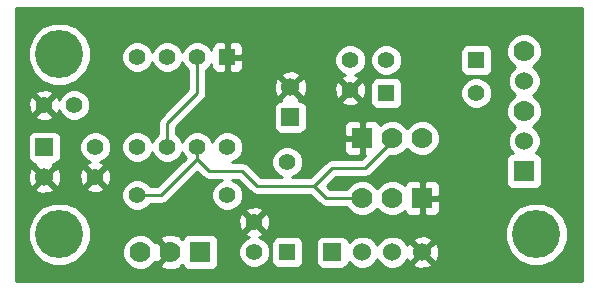
<source format=gbl>
G04 (created by PCBNEW (2013-june-11)-stable) date Sun 05 Oct 2014 09:39:27 PM EDT*
%MOIN*%
G04 Gerber Fmt 3.4, Leading zero omitted, Abs format*
%FSLAX34Y34*%
G01*
G70*
G90*
G04 APERTURE LIST*
%ADD10C,0.00590551*%
%ADD11R,0.07X0.07*%
%ADD12C,0.07*%
%ADD13C,0.06*%
%ADD14R,0.055X0.055*%
%ADD15C,0.055*%
%ADD16C,0.16*%
%ADD17R,0.06X0.06*%
%ADD18C,0.01*%
G04 APERTURE END LIST*
G54D10*
G54D11*
X21800Y-14500D03*
G54D12*
X20800Y-14500D03*
X19800Y-14500D03*
X20800Y-12500D03*
X21800Y-12500D03*
G54D11*
X19800Y-12500D03*
X14400Y-16300D03*
G54D12*
X12400Y-16300D03*
X13400Y-16300D03*
X25200Y-11600D03*
G54D11*
X25200Y-13600D03*
G54D12*
X25200Y-9600D03*
G54D13*
X25200Y-12600D03*
X25200Y-10600D03*
G54D14*
X15300Y-9800D03*
G54D15*
X14300Y-9800D03*
X13300Y-9800D03*
X12300Y-9800D03*
X12300Y-12800D03*
X13300Y-12800D03*
X14300Y-12800D03*
X15300Y-12800D03*
G54D14*
X23600Y-9900D03*
G54D15*
X20600Y-9900D03*
G54D14*
X20600Y-11000D03*
G54D15*
X23600Y-11000D03*
X10900Y-13800D03*
X10900Y-12800D03*
X19400Y-9900D03*
X19400Y-10900D03*
X12300Y-14400D03*
X15300Y-14400D03*
G54D14*
X17300Y-16300D03*
G54D15*
X17300Y-13300D03*
X9200Y-11400D03*
X10200Y-11400D03*
G54D16*
X9700Y-9700D03*
G54D17*
X9200Y-12800D03*
G54D13*
X9200Y-13800D03*
G54D16*
X25600Y-15700D03*
X9700Y-15700D03*
G54D17*
X17400Y-11800D03*
G54D13*
X17400Y-10800D03*
G54D17*
X18800Y-16300D03*
G54D13*
X19800Y-16300D03*
X20800Y-16300D03*
X21800Y-16300D03*
G54D15*
X16200Y-15300D03*
X16200Y-16300D03*
G54D18*
X12300Y-14400D02*
X13100Y-14400D01*
X13100Y-14400D02*
X14300Y-13200D01*
X18200Y-14100D02*
X16300Y-14100D01*
X14300Y-13200D02*
X14300Y-12800D01*
X14700Y-13600D02*
X14300Y-13200D01*
X15800Y-13600D02*
X14700Y-13600D01*
X16300Y-14100D02*
X15800Y-13600D01*
X18800Y-13500D02*
X18900Y-13500D01*
X18800Y-13500D02*
X18200Y-14100D01*
X19900Y-13500D02*
X18900Y-13500D01*
X18900Y-13500D02*
X18800Y-13500D01*
X20800Y-12500D02*
X20800Y-12600D01*
X20800Y-12600D02*
X19900Y-13500D01*
X18600Y-14500D02*
X18200Y-14100D01*
X19800Y-14500D02*
X18600Y-14500D01*
X13300Y-12800D02*
X13300Y-12000D01*
X14300Y-11000D02*
X14300Y-9800D01*
X13300Y-12000D02*
X14300Y-11000D01*
G54D10*
G36*
X27130Y-17250D02*
X26999Y-17250D01*
X26930Y-17249D01*
X26930Y-17250D01*
X26650Y-17250D01*
X26650Y-15492D01*
X26490Y-15106D01*
X26195Y-14810D01*
X25809Y-14650D01*
X25800Y-14650D01*
X25800Y-11481D01*
X25708Y-11260D01*
X25540Y-11091D01*
X25495Y-11073D01*
X25511Y-11066D01*
X25665Y-10911D01*
X25749Y-10709D01*
X25750Y-10491D01*
X25666Y-10288D01*
X25511Y-10134D01*
X25495Y-10127D01*
X25539Y-10108D01*
X25708Y-9940D01*
X25799Y-9719D01*
X25800Y-9481D01*
X25708Y-9260D01*
X25540Y-9091D01*
X25319Y-9000D01*
X25081Y-8999D01*
X24860Y-9091D01*
X24691Y-9259D01*
X24600Y-9480D01*
X24599Y-9718D01*
X24691Y-9939D01*
X24859Y-10108D01*
X24904Y-10126D01*
X24888Y-10133D01*
X24734Y-10288D01*
X24650Y-10490D01*
X24649Y-10708D01*
X24733Y-10911D01*
X24888Y-11065D01*
X24904Y-11072D01*
X24860Y-11091D01*
X24691Y-11259D01*
X24600Y-11480D01*
X24599Y-11718D01*
X24691Y-11939D01*
X24859Y-12108D01*
X24904Y-12126D01*
X24888Y-12133D01*
X24734Y-12288D01*
X24650Y-12490D01*
X24649Y-12708D01*
X24733Y-12911D01*
X24822Y-12999D01*
X24800Y-12999D01*
X24708Y-13037D01*
X24638Y-13108D01*
X24600Y-13200D01*
X24599Y-13299D01*
X24599Y-13999D01*
X24637Y-14091D01*
X24708Y-14161D01*
X24800Y-14199D01*
X24899Y-14200D01*
X25599Y-14200D01*
X25691Y-14162D01*
X25761Y-14091D01*
X25799Y-13999D01*
X25800Y-13900D01*
X25800Y-13200D01*
X25762Y-13108D01*
X25691Y-13038D01*
X25599Y-13000D01*
X25577Y-13000D01*
X25665Y-12911D01*
X25749Y-12709D01*
X25750Y-12491D01*
X25666Y-12288D01*
X25511Y-12134D01*
X25495Y-12127D01*
X25539Y-12108D01*
X25708Y-11940D01*
X25799Y-11719D01*
X25800Y-11481D01*
X25800Y-14650D01*
X25392Y-14649D01*
X25006Y-14809D01*
X24710Y-15104D01*
X24550Y-15490D01*
X24549Y-15907D01*
X24709Y-16294D01*
X25004Y-16589D01*
X25390Y-16749D01*
X25807Y-16750D01*
X26194Y-16590D01*
X26489Y-16295D01*
X26649Y-15909D01*
X26650Y-15492D01*
X26650Y-17250D01*
X26399Y-17250D01*
X26330Y-17249D01*
X26330Y-17250D01*
X25799Y-17250D01*
X25730Y-17249D01*
X25730Y-17250D01*
X25199Y-17250D01*
X25130Y-17249D01*
X25130Y-17250D01*
X24599Y-17250D01*
X24530Y-17249D01*
X24530Y-17250D01*
X24125Y-17250D01*
X24125Y-10896D01*
X24125Y-10895D01*
X24125Y-10125D01*
X24125Y-9575D01*
X24087Y-9483D01*
X24016Y-9413D01*
X23924Y-9375D01*
X23825Y-9374D01*
X23275Y-9374D01*
X23183Y-9412D01*
X23113Y-9483D01*
X23075Y-9575D01*
X23074Y-9674D01*
X23074Y-10224D01*
X23112Y-10316D01*
X23183Y-10386D01*
X23275Y-10424D01*
X23374Y-10425D01*
X23924Y-10425D01*
X24016Y-10387D01*
X24086Y-10316D01*
X24124Y-10224D01*
X24125Y-10125D01*
X24125Y-10895D01*
X24045Y-10703D01*
X23897Y-10555D01*
X23704Y-10475D01*
X23496Y-10474D01*
X23303Y-10554D01*
X23155Y-10702D01*
X23075Y-10895D01*
X23074Y-11103D01*
X23154Y-11297D01*
X23302Y-11444D01*
X23495Y-11524D01*
X23703Y-11525D01*
X23897Y-11445D01*
X24044Y-11297D01*
X24124Y-11104D01*
X24125Y-10896D01*
X24125Y-17250D01*
X23999Y-17250D01*
X23930Y-17249D01*
X23930Y-17250D01*
X23399Y-17250D01*
X23330Y-17249D01*
X23330Y-17250D01*
X22799Y-17250D01*
X22730Y-17249D01*
X22730Y-17250D01*
X22400Y-17250D01*
X22400Y-12381D01*
X22308Y-12160D01*
X22140Y-11991D01*
X21919Y-11900D01*
X21681Y-11899D01*
X21460Y-11991D01*
X21299Y-12151D01*
X21140Y-11991D01*
X21125Y-11985D01*
X21125Y-9796D01*
X21045Y-9603D01*
X20897Y-9455D01*
X20704Y-9375D01*
X20496Y-9374D01*
X20303Y-9454D01*
X20155Y-9602D01*
X20075Y-9795D01*
X20074Y-10003D01*
X20154Y-10197D01*
X20302Y-10344D01*
X20495Y-10424D01*
X20703Y-10425D01*
X20897Y-10345D01*
X21044Y-10197D01*
X21124Y-10004D01*
X21125Y-9796D01*
X21125Y-11985D01*
X21125Y-11985D01*
X21125Y-11225D01*
X21125Y-10675D01*
X21087Y-10583D01*
X21016Y-10513D01*
X20924Y-10475D01*
X20825Y-10474D01*
X20275Y-10474D01*
X20183Y-10512D01*
X20113Y-10583D01*
X20075Y-10675D01*
X20074Y-10774D01*
X20074Y-11324D01*
X20112Y-11416D01*
X20183Y-11486D01*
X20275Y-11524D01*
X20374Y-11525D01*
X20924Y-11525D01*
X21016Y-11487D01*
X21086Y-11416D01*
X21124Y-11324D01*
X21125Y-11225D01*
X21125Y-11985D01*
X20919Y-11900D01*
X20681Y-11899D01*
X20460Y-11991D01*
X20385Y-12065D01*
X20362Y-12008D01*
X20291Y-11938D01*
X20199Y-11900D01*
X20100Y-11899D01*
X19929Y-11899D01*
X19929Y-10975D01*
X19925Y-10887D01*
X19925Y-9796D01*
X19845Y-9603D01*
X19697Y-9455D01*
X19504Y-9375D01*
X19296Y-9374D01*
X19103Y-9454D01*
X18955Y-9602D01*
X18875Y-9795D01*
X18874Y-10003D01*
X18954Y-10197D01*
X19102Y-10344D01*
X19228Y-10397D01*
X19127Y-10439D01*
X19102Y-10532D01*
X19400Y-10829D01*
X19697Y-10532D01*
X19672Y-10439D01*
X19562Y-10400D01*
X19697Y-10345D01*
X19844Y-10197D01*
X19924Y-10004D01*
X19925Y-9796D01*
X19925Y-10887D01*
X19918Y-10767D01*
X19860Y-10627D01*
X19767Y-10602D01*
X19470Y-10900D01*
X19767Y-11197D01*
X19860Y-11172D01*
X19929Y-10975D01*
X19929Y-11899D01*
X19912Y-11900D01*
X19850Y-11962D01*
X19850Y-12450D01*
X19857Y-12450D01*
X19857Y-12550D01*
X19850Y-12550D01*
X19850Y-13037D01*
X19894Y-13081D01*
X19775Y-13200D01*
X19750Y-13200D01*
X19750Y-13037D01*
X19750Y-12550D01*
X19750Y-12450D01*
X19750Y-11962D01*
X19697Y-11909D01*
X19697Y-11267D01*
X19400Y-10970D01*
X19329Y-11041D01*
X19329Y-10900D01*
X19032Y-10602D01*
X18939Y-10627D01*
X18870Y-10824D01*
X18881Y-11032D01*
X18939Y-11172D01*
X19032Y-11197D01*
X19329Y-10900D01*
X19329Y-11041D01*
X19102Y-11267D01*
X19127Y-11360D01*
X19324Y-11429D01*
X19532Y-11418D01*
X19672Y-11360D01*
X19697Y-11267D01*
X19697Y-11909D01*
X19687Y-11900D01*
X19499Y-11899D01*
X19400Y-11900D01*
X19308Y-11938D01*
X19237Y-12008D01*
X19199Y-12100D01*
X19200Y-12387D01*
X19262Y-12450D01*
X19750Y-12450D01*
X19750Y-12550D01*
X19262Y-12550D01*
X19200Y-12612D01*
X19199Y-12899D01*
X19237Y-12991D01*
X19308Y-13061D01*
X19400Y-13099D01*
X19499Y-13100D01*
X19687Y-13100D01*
X19750Y-13037D01*
X19750Y-13200D01*
X18900Y-13200D01*
X18800Y-13200D01*
X18685Y-13222D01*
X18587Y-13287D01*
X18075Y-13800D01*
X17954Y-13800D01*
X17954Y-10881D01*
X17943Y-10663D01*
X17881Y-10512D01*
X17785Y-10484D01*
X17715Y-10555D01*
X17715Y-10414D01*
X17687Y-10318D01*
X17481Y-10245D01*
X17263Y-10256D01*
X17112Y-10318D01*
X17084Y-10414D01*
X17400Y-10729D01*
X17715Y-10414D01*
X17715Y-10555D01*
X17470Y-10800D01*
X17785Y-11115D01*
X17881Y-11087D01*
X17954Y-10881D01*
X17954Y-13800D01*
X17950Y-13800D01*
X17950Y-12050D01*
X17950Y-11450D01*
X17912Y-11358D01*
X17841Y-11288D01*
X17749Y-11250D01*
X17696Y-11249D01*
X17715Y-11185D01*
X17400Y-10870D01*
X17329Y-10941D01*
X17329Y-10800D01*
X17014Y-10484D01*
X16918Y-10512D01*
X16845Y-10718D01*
X16856Y-10936D01*
X16918Y-11087D01*
X17014Y-11115D01*
X17329Y-10800D01*
X17329Y-10941D01*
X17084Y-11185D01*
X17103Y-11249D01*
X17050Y-11249D01*
X16958Y-11287D01*
X16888Y-11358D01*
X16850Y-11450D01*
X16849Y-11549D01*
X16849Y-12149D01*
X16887Y-12241D01*
X16958Y-12311D01*
X17050Y-12349D01*
X17149Y-12350D01*
X17749Y-12350D01*
X17841Y-12312D01*
X17911Y-12241D01*
X17949Y-12149D01*
X17950Y-12050D01*
X17950Y-13800D01*
X17464Y-13800D01*
X17597Y-13745D01*
X17744Y-13597D01*
X17824Y-13404D01*
X17825Y-13196D01*
X17745Y-13003D01*
X17597Y-12855D01*
X17404Y-12775D01*
X17196Y-12774D01*
X17003Y-12854D01*
X16855Y-13002D01*
X16775Y-13195D01*
X16774Y-13403D01*
X16854Y-13597D01*
X17002Y-13744D01*
X17135Y-13800D01*
X16424Y-13800D01*
X16012Y-13387D01*
X15914Y-13322D01*
X15800Y-13300D01*
X15464Y-13300D01*
X15597Y-13245D01*
X15744Y-13097D01*
X15824Y-12904D01*
X15825Y-12696D01*
X15825Y-12695D01*
X15825Y-10025D01*
X15825Y-9574D01*
X15824Y-9475D01*
X15786Y-9383D01*
X15716Y-9312D01*
X15624Y-9274D01*
X15412Y-9275D01*
X15350Y-9337D01*
X15350Y-9750D01*
X15762Y-9750D01*
X15825Y-9687D01*
X15825Y-9574D01*
X15825Y-10025D01*
X15825Y-9912D01*
X15762Y-9850D01*
X15350Y-9850D01*
X15350Y-10262D01*
X15412Y-10325D01*
X15624Y-10325D01*
X15716Y-10287D01*
X15786Y-10216D01*
X15824Y-10124D01*
X15825Y-10025D01*
X15825Y-12695D01*
X15745Y-12503D01*
X15597Y-12355D01*
X15404Y-12275D01*
X15196Y-12274D01*
X15003Y-12354D01*
X14855Y-12502D01*
X14799Y-12635D01*
X14745Y-12503D01*
X14597Y-12355D01*
X14404Y-12275D01*
X14196Y-12274D01*
X14003Y-12354D01*
X13855Y-12502D01*
X13799Y-12635D01*
X13745Y-12503D01*
X13600Y-12357D01*
X13600Y-12124D01*
X14512Y-11212D01*
X14512Y-11212D01*
X14577Y-11114D01*
X14599Y-11000D01*
X14600Y-11000D01*
X14600Y-10242D01*
X14744Y-10097D01*
X14774Y-10025D01*
X14774Y-10025D01*
X14775Y-10124D01*
X14813Y-10216D01*
X14883Y-10287D01*
X14975Y-10325D01*
X15187Y-10325D01*
X15250Y-10262D01*
X15250Y-9850D01*
X15242Y-9850D01*
X15242Y-9750D01*
X15250Y-9750D01*
X15250Y-9337D01*
X15187Y-9275D01*
X14975Y-9274D01*
X14883Y-9312D01*
X14813Y-9383D01*
X14775Y-9475D01*
X14774Y-9574D01*
X14774Y-9574D01*
X14745Y-9503D01*
X14597Y-9355D01*
X14404Y-9275D01*
X14196Y-9274D01*
X14003Y-9354D01*
X13855Y-9502D01*
X13799Y-9635D01*
X13745Y-9503D01*
X13597Y-9355D01*
X13404Y-9275D01*
X13196Y-9274D01*
X13003Y-9354D01*
X12855Y-9502D01*
X12799Y-9635D01*
X12745Y-9503D01*
X12597Y-9355D01*
X12404Y-9275D01*
X12196Y-9274D01*
X12003Y-9354D01*
X11855Y-9502D01*
X11775Y-9695D01*
X11774Y-9903D01*
X11854Y-10097D01*
X12002Y-10244D01*
X12195Y-10324D01*
X12403Y-10325D01*
X12597Y-10245D01*
X12744Y-10097D01*
X12800Y-9964D01*
X12854Y-10097D01*
X13002Y-10244D01*
X13195Y-10324D01*
X13403Y-10325D01*
X13597Y-10245D01*
X13744Y-10097D01*
X13800Y-9964D01*
X13854Y-10097D01*
X14000Y-10242D01*
X14000Y-10875D01*
X13087Y-11787D01*
X13022Y-11885D01*
X13000Y-12000D01*
X13000Y-12357D01*
X12855Y-12502D01*
X12799Y-12635D01*
X12745Y-12503D01*
X12597Y-12355D01*
X12404Y-12275D01*
X12196Y-12274D01*
X12003Y-12354D01*
X11855Y-12502D01*
X11775Y-12695D01*
X11774Y-12903D01*
X11854Y-13097D01*
X12002Y-13244D01*
X12195Y-13324D01*
X12403Y-13325D01*
X12597Y-13245D01*
X12744Y-13097D01*
X12800Y-12964D01*
X12854Y-13097D01*
X13002Y-13244D01*
X13195Y-13324D01*
X13403Y-13325D01*
X13597Y-13245D01*
X13744Y-13097D01*
X13800Y-12964D01*
X13854Y-13097D01*
X13916Y-13159D01*
X12975Y-14100D01*
X12742Y-14100D01*
X12597Y-13955D01*
X12404Y-13875D01*
X12196Y-13874D01*
X12003Y-13954D01*
X11855Y-14102D01*
X11775Y-14295D01*
X11774Y-14503D01*
X11854Y-14697D01*
X12002Y-14844D01*
X12195Y-14924D01*
X12403Y-14925D01*
X12597Y-14845D01*
X12742Y-14700D01*
X13100Y-14700D01*
X13100Y-14699D01*
X13214Y-14677D01*
X13214Y-14677D01*
X13312Y-14612D01*
X14300Y-13624D01*
X14487Y-13812D01*
X14487Y-13812D01*
X14585Y-13877D01*
X14699Y-13899D01*
X14700Y-13900D01*
X15135Y-13900D01*
X15003Y-13954D01*
X14855Y-14102D01*
X14775Y-14295D01*
X14774Y-14503D01*
X14854Y-14697D01*
X15002Y-14844D01*
X15195Y-14924D01*
X15403Y-14925D01*
X15597Y-14845D01*
X15744Y-14697D01*
X15824Y-14504D01*
X15825Y-14296D01*
X15745Y-14103D01*
X15597Y-13955D01*
X15464Y-13900D01*
X15675Y-13900D01*
X16087Y-14312D01*
X16087Y-14312D01*
X16185Y-14377D01*
X16300Y-14400D01*
X18075Y-14400D01*
X18387Y-14712D01*
X18387Y-14712D01*
X18485Y-14777D01*
X18599Y-14799D01*
X18600Y-14800D01*
X19274Y-14800D01*
X19291Y-14839D01*
X19459Y-15008D01*
X19680Y-15099D01*
X19918Y-15100D01*
X20139Y-15008D01*
X20300Y-14848D01*
X20459Y-15008D01*
X20680Y-15099D01*
X20918Y-15100D01*
X21139Y-15008D01*
X21214Y-14934D01*
X21237Y-14991D01*
X21308Y-15061D01*
X21400Y-15099D01*
X21499Y-15100D01*
X21687Y-15100D01*
X21750Y-15037D01*
X21750Y-14550D01*
X21742Y-14550D01*
X21742Y-14450D01*
X21750Y-14450D01*
X21750Y-13962D01*
X21687Y-13900D01*
X21499Y-13899D01*
X21400Y-13900D01*
X21308Y-13938D01*
X21237Y-14008D01*
X21214Y-14065D01*
X21140Y-13991D01*
X20919Y-13900D01*
X20681Y-13899D01*
X20460Y-13991D01*
X20299Y-14151D01*
X20140Y-13991D01*
X19919Y-13900D01*
X19681Y-13899D01*
X19460Y-13991D01*
X19291Y-14159D01*
X19274Y-14200D01*
X18724Y-14200D01*
X18624Y-14099D01*
X18924Y-13800D01*
X19900Y-13800D01*
X19900Y-13799D01*
X20014Y-13777D01*
X20014Y-13777D01*
X20112Y-13712D01*
X20724Y-13099D01*
X20918Y-13100D01*
X21139Y-13008D01*
X21300Y-12848D01*
X21459Y-13008D01*
X21680Y-13099D01*
X21918Y-13100D01*
X22139Y-13008D01*
X22308Y-12840D01*
X22399Y-12619D01*
X22400Y-12381D01*
X22400Y-17250D01*
X22400Y-17250D01*
X22400Y-14899D01*
X22400Y-14100D01*
X22362Y-14008D01*
X22291Y-13938D01*
X22199Y-13900D01*
X22100Y-13899D01*
X21912Y-13900D01*
X21850Y-13962D01*
X21850Y-14450D01*
X22337Y-14450D01*
X22400Y-14387D01*
X22400Y-14100D01*
X22400Y-14899D01*
X22400Y-14612D01*
X22337Y-14550D01*
X21850Y-14550D01*
X21850Y-15037D01*
X21912Y-15100D01*
X22100Y-15100D01*
X22199Y-15099D01*
X22291Y-15061D01*
X22362Y-14991D01*
X22400Y-14899D01*
X22400Y-17250D01*
X22354Y-17250D01*
X22354Y-16381D01*
X22343Y-16163D01*
X22281Y-16012D01*
X22185Y-15984D01*
X22115Y-16055D01*
X22115Y-15914D01*
X22087Y-15818D01*
X21881Y-15745D01*
X21663Y-15756D01*
X21512Y-15818D01*
X21484Y-15914D01*
X21800Y-16229D01*
X22115Y-15914D01*
X22115Y-16055D01*
X21870Y-16300D01*
X22185Y-16615D01*
X22281Y-16587D01*
X22354Y-16381D01*
X22354Y-17250D01*
X22199Y-17250D01*
X22130Y-17249D01*
X22130Y-17250D01*
X22115Y-17250D01*
X22115Y-16685D01*
X21800Y-16370D01*
X21729Y-16441D01*
X21729Y-16300D01*
X21414Y-15984D01*
X21318Y-16012D01*
X21299Y-16067D01*
X21266Y-15988D01*
X21111Y-15834D01*
X20909Y-15750D01*
X20691Y-15749D01*
X20488Y-15833D01*
X20334Y-15988D01*
X20300Y-16069D01*
X20266Y-15988D01*
X20111Y-15834D01*
X19909Y-15750D01*
X19691Y-15749D01*
X19488Y-15833D01*
X19350Y-15972D01*
X19350Y-15950D01*
X19312Y-15858D01*
X19241Y-15788D01*
X19149Y-15750D01*
X19050Y-15749D01*
X18450Y-15749D01*
X18358Y-15787D01*
X18288Y-15858D01*
X18250Y-15950D01*
X18249Y-16049D01*
X18249Y-16649D01*
X18287Y-16741D01*
X18358Y-16811D01*
X18450Y-16849D01*
X18549Y-16850D01*
X19149Y-16850D01*
X19241Y-16812D01*
X19311Y-16741D01*
X19349Y-16649D01*
X19349Y-16627D01*
X19488Y-16765D01*
X19690Y-16849D01*
X19908Y-16850D01*
X20111Y-16766D01*
X20265Y-16611D01*
X20299Y-16530D01*
X20333Y-16611D01*
X20488Y-16765D01*
X20690Y-16849D01*
X20908Y-16850D01*
X21111Y-16766D01*
X21265Y-16611D01*
X21297Y-16536D01*
X21318Y-16587D01*
X21414Y-16615D01*
X21729Y-16300D01*
X21729Y-16441D01*
X21484Y-16685D01*
X21512Y-16781D01*
X21718Y-16854D01*
X21936Y-16843D01*
X22087Y-16781D01*
X22115Y-16685D01*
X22115Y-17250D01*
X21599Y-17250D01*
X21530Y-17249D01*
X21530Y-17250D01*
X20999Y-17250D01*
X20930Y-17249D01*
X20930Y-17250D01*
X20399Y-17250D01*
X20330Y-17249D01*
X20330Y-17250D01*
X19799Y-17250D01*
X19730Y-17249D01*
X19730Y-17250D01*
X19199Y-17250D01*
X19130Y-17249D01*
X19130Y-17250D01*
X18599Y-17250D01*
X18530Y-17249D01*
X18530Y-17250D01*
X17999Y-17250D01*
X17930Y-17249D01*
X17930Y-17250D01*
X17825Y-17250D01*
X17825Y-16525D01*
X17825Y-15975D01*
X17787Y-15883D01*
X17716Y-15813D01*
X17624Y-15775D01*
X17525Y-15774D01*
X16975Y-15774D01*
X16883Y-15812D01*
X16813Y-15883D01*
X16775Y-15975D01*
X16774Y-16074D01*
X16774Y-16624D01*
X16812Y-16716D01*
X16883Y-16786D01*
X16975Y-16824D01*
X17074Y-16825D01*
X17624Y-16825D01*
X17716Y-16787D01*
X17786Y-16716D01*
X17824Y-16624D01*
X17825Y-16525D01*
X17825Y-17250D01*
X17399Y-17250D01*
X17330Y-17249D01*
X17330Y-17250D01*
X16799Y-17250D01*
X16730Y-17249D01*
X16730Y-17250D01*
X16729Y-17250D01*
X16729Y-15375D01*
X16718Y-15167D01*
X16660Y-15027D01*
X16567Y-15002D01*
X16497Y-15073D01*
X16497Y-14932D01*
X16472Y-14839D01*
X16275Y-14770D01*
X16067Y-14781D01*
X15927Y-14839D01*
X15902Y-14932D01*
X16200Y-15229D01*
X16497Y-14932D01*
X16497Y-15073D01*
X16270Y-15300D01*
X16567Y-15597D01*
X16660Y-15572D01*
X16729Y-15375D01*
X16729Y-17250D01*
X16725Y-17250D01*
X16725Y-16196D01*
X16645Y-16003D01*
X16497Y-15855D01*
X16371Y-15802D01*
X16472Y-15760D01*
X16497Y-15667D01*
X16200Y-15370D01*
X16129Y-15441D01*
X16129Y-15300D01*
X15832Y-15002D01*
X15739Y-15027D01*
X15670Y-15224D01*
X15681Y-15432D01*
X15739Y-15572D01*
X15832Y-15597D01*
X16129Y-15300D01*
X16129Y-15441D01*
X15902Y-15667D01*
X15927Y-15760D01*
X16037Y-15799D01*
X15903Y-15854D01*
X15755Y-16002D01*
X15675Y-16195D01*
X15674Y-16403D01*
X15754Y-16597D01*
X15902Y-16744D01*
X16095Y-16824D01*
X16303Y-16825D01*
X16497Y-16745D01*
X16644Y-16597D01*
X16724Y-16404D01*
X16725Y-16196D01*
X16725Y-17250D01*
X16199Y-17250D01*
X16130Y-17249D01*
X16130Y-17250D01*
X15599Y-17250D01*
X15530Y-17249D01*
X15530Y-17250D01*
X15000Y-17250D01*
X15000Y-16600D01*
X15000Y-15900D01*
X14962Y-15808D01*
X14891Y-15738D01*
X14799Y-15700D01*
X14700Y-15699D01*
X14000Y-15699D01*
X13908Y-15737D01*
X13838Y-15808D01*
X13818Y-15854D01*
X13796Y-15832D01*
X13751Y-15877D01*
X13717Y-15777D01*
X13493Y-15695D01*
X13255Y-15705D01*
X13082Y-15777D01*
X13048Y-15877D01*
X13400Y-16229D01*
X13405Y-16223D01*
X13476Y-16294D01*
X13470Y-16300D01*
X13476Y-16305D01*
X13405Y-16376D01*
X13400Y-16370D01*
X13329Y-16441D01*
X13329Y-16300D01*
X12977Y-15948D01*
X12912Y-15970D01*
X12908Y-15960D01*
X12740Y-15791D01*
X12519Y-15700D01*
X12281Y-15699D01*
X12060Y-15791D01*
X11891Y-15959D01*
X11800Y-16180D01*
X11799Y-16418D01*
X11891Y-16639D01*
X12059Y-16808D01*
X12280Y-16899D01*
X12518Y-16900D01*
X12739Y-16808D01*
X12908Y-16640D01*
X12912Y-16629D01*
X12977Y-16651D01*
X13329Y-16300D01*
X13329Y-16441D01*
X13048Y-16722D01*
X13082Y-16822D01*
X13306Y-16904D01*
X13544Y-16894D01*
X13717Y-16822D01*
X13751Y-16722D01*
X13751Y-16722D01*
X13796Y-16767D01*
X13818Y-16745D01*
X13837Y-16791D01*
X13908Y-16861D01*
X14000Y-16899D01*
X14099Y-16900D01*
X14799Y-16900D01*
X14891Y-16862D01*
X14961Y-16791D01*
X14999Y-16699D01*
X15000Y-16600D01*
X15000Y-17250D01*
X14999Y-17250D01*
X14930Y-17249D01*
X14930Y-17250D01*
X14399Y-17250D01*
X14330Y-17249D01*
X14330Y-17250D01*
X13799Y-17250D01*
X13751Y-17249D01*
X13730Y-17249D01*
X13730Y-17250D01*
X13199Y-17250D01*
X13130Y-17249D01*
X13130Y-17250D01*
X12599Y-17250D01*
X12530Y-17249D01*
X12530Y-17250D01*
X11999Y-17250D01*
X11930Y-17249D01*
X11930Y-17250D01*
X11429Y-17250D01*
X11429Y-13875D01*
X11425Y-13787D01*
X11425Y-12696D01*
X11345Y-12503D01*
X11197Y-12355D01*
X11004Y-12275D01*
X10796Y-12274D01*
X10750Y-12293D01*
X10750Y-9492D01*
X10590Y-9106D01*
X10295Y-8810D01*
X9909Y-8650D01*
X9492Y-8649D01*
X9106Y-8809D01*
X8810Y-9104D01*
X8650Y-9490D01*
X8649Y-9907D01*
X8809Y-10294D01*
X9104Y-10589D01*
X9490Y-10749D01*
X9907Y-10750D01*
X10294Y-10590D01*
X10589Y-10295D01*
X10749Y-9909D01*
X10750Y-9492D01*
X10750Y-12293D01*
X10725Y-12304D01*
X10725Y-11296D01*
X10645Y-11103D01*
X10497Y-10955D01*
X10304Y-10875D01*
X10096Y-10874D01*
X9903Y-10954D01*
X9755Y-11102D01*
X9702Y-11228D01*
X9660Y-11127D01*
X9567Y-11102D01*
X9497Y-11173D01*
X9497Y-11032D01*
X9472Y-10939D01*
X9275Y-10870D01*
X9067Y-10881D01*
X8927Y-10939D01*
X8902Y-11032D01*
X9200Y-11329D01*
X9497Y-11032D01*
X9497Y-11173D01*
X9270Y-11400D01*
X9567Y-11697D01*
X9660Y-11672D01*
X9699Y-11562D01*
X9754Y-11697D01*
X9902Y-11844D01*
X10095Y-11924D01*
X10303Y-11925D01*
X10497Y-11845D01*
X10644Y-11697D01*
X10724Y-11504D01*
X10725Y-11296D01*
X10725Y-12304D01*
X10603Y-12354D01*
X10455Y-12502D01*
X10375Y-12695D01*
X10374Y-12903D01*
X10454Y-13097D01*
X10602Y-13244D01*
X10728Y-13297D01*
X10627Y-13339D01*
X10602Y-13432D01*
X10900Y-13729D01*
X11197Y-13432D01*
X11172Y-13339D01*
X11062Y-13300D01*
X11197Y-13245D01*
X11344Y-13097D01*
X11424Y-12904D01*
X11425Y-12696D01*
X11425Y-13787D01*
X11418Y-13667D01*
X11360Y-13527D01*
X11267Y-13502D01*
X10970Y-13800D01*
X11267Y-14097D01*
X11360Y-14072D01*
X11429Y-13875D01*
X11429Y-17250D01*
X11399Y-17250D01*
X11330Y-17249D01*
X11330Y-17250D01*
X11197Y-17250D01*
X11197Y-14167D01*
X10900Y-13870D01*
X10829Y-13941D01*
X10829Y-13800D01*
X10532Y-13502D01*
X10439Y-13527D01*
X10370Y-13724D01*
X10381Y-13932D01*
X10439Y-14072D01*
X10532Y-14097D01*
X10829Y-13800D01*
X10829Y-13941D01*
X10602Y-14167D01*
X10627Y-14260D01*
X10824Y-14329D01*
X11032Y-14318D01*
X11172Y-14260D01*
X11197Y-14167D01*
X11197Y-17250D01*
X10799Y-17250D01*
X10750Y-17249D01*
X10750Y-15492D01*
X10590Y-15106D01*
X10295Y-14810D01*
X9909Y-14650D01*
X9754Y-14650D01*
X9754Y-13881D01*
X9750Y-13787D01*
X9750Y-13050D01*
X9750Y-12450D01*
X9712Y-12358D01*
X9641Y-12288D01*
X9549Y-12250D01*
X9497Y-12249D01*
X9497Y-11767D01*
X9200Y-11470D01*
X9129Y-11541D01*
X9129Y-11400D01*
X8832Y-11102D01*
X8739Y-11127D01*
X8670Y-11324D01*
X8681Y-11532D01*
X8739Y-11672D01*
X8832Y-11697D01*
X9129Y-11400D01*
X9129Y-11541D01*
X8902Y-11767D01*
X8927Y-11860D01*
X9124Y-11929D01*
X9332Y-11918D01*
X9472Y-11860D01*
X9497Y-11767D01*
X9497Y-12249D01*
X9450Y-12249D01*
X8850Y-12249D01*
X8758Y-12287D01*
X8688Y-12358D01*
X8650Y-12450D01*
X8649Y-12549D01*
X8649Y-13149D01*
X8687Y-13241D01*
X8758Y-13311D01*
X8850Y-13349D01*
X8903Y-13350D01*
X8884Y-13414D01*
X9200Y-13729D01*
X9515Y-13414D01*
X9496Y-13350D01*
X9549Y-13350D01*
X9641Y-13312D01*
X9711Y-13241D01*
X9749Y-13149D01*
X9750Y-13050D01*
X9750Y-13787D01*
X9743Y-13663D01*
X9681Y-13512D01*
X9585Y-13484D01*
X9270Y-13800D01*
X9585Y-14115D01*
X9681Y-14087D01*
X9754Y-13881D01*
X9754Y-14650D01*
X9515Y-14649D01*
X9515Y-14185D01*
X9200Y-13870D01*
X9129Y-13941D01*
X9129Y-13800D01*
X8814Y-13484D01*
X8718Y-13512D01*
X8645Y-13718D01*
X8656Y-13936D01*
X8718Y-14087D01*
X8814Y-14115D01*
X9129Y-13800D01*
X9129Y-13941D01*
X8884Y-14185D01*
X8912Y-14281D01*
X9118Y-14354D01*
X9336Y-14343D01*
X9487Y-14281D01*
X9515Y-14185D01*
X9515Y-14649D01*
X9492Y-14649D01*
X9106Y-14809D01*
X8810Y-15104D01*
X8650Y-15490D01*
X8649Y-15907D01*
X8809Y-16294D01*
X9104Y-16589D01*
X9490Y-16749D01*
X9907Y-16750D01*
X10294Y-16590D01*
X10589Y-16295D01*
X10749Y-15909D01*
X10750Y-15492D01*
X10750Y-17249D01*
X10730Y-17249D01*
X10730Y-17250D01*
X10199Y-17250D01*
X10130Y-17249D01*
X10130Y-17250D01*
X9599Y-17250D01*
X9530Y-17249D01*
X9530Y-17250D01*
X8999Y-17250D01*
X8930Y-17249D01*
X8930Y-17250D01*
X8399Y-17250D01*
X8330Y-17249D01*
X8330Y-17250D01*
X8250Y-17250D01*
X8250Y-8169D01*
X27130Y-8169D01*
X27130Y-17250D01*
X27130Y-17250D01*
G37*
G54D18*
X27130Y-17250D02*
X26999Y-17250D01*
X26930Y-17249D01*
X26930Y-17250D01*
X26650Y-17250D01*
X26650Y-15492D01*
X26490Y-15106D01*
X26195Y-14810D01*
X25809Y-14650D01*
X25800Y-14650D01*
X25800Y-11481D01*
X25708Y-11260D01*
X25540Y-11091D01*
X25495Y-11073D01*
X25511Y-11066D01*
X25665Y-10911D01*
X25749Y-10709D01*
X25750Y-10491D01*
X25666Y-10288D01*
X25511Y-10134D01*
X25495Y-10127D01*
X25539Y-10108D01*
X25708Y-9940D01*
X25799Y-9719D01*
X25800Y-9481D01*
X25708Y-9260D01*
X25540Y-9091D01*
X25319Y-9000D01*
X25081Y-8999D01*
X24860Y-9091D01*
X24691Y-9259D01*
X24600Y-9480D01*
X24599Y-9718D01*
X24691Y-9939D01*
X24859Y-10108D01*
X24904Y-10126D01*
X24888Y-10133D01*
X24734Y-10288D01*
X24650Y-10490D01*
X24649Y-10708D01*
X24733Y-10911D01*
X24888Y-11065D01*
X24904Y-11072D01*
X24860Y-11091D01*
X24691Y-11259D01*
X24600Y-11480D01*
X24599Y-11718D01*
X24691Y-11939D01*
X24859Y-12108D01*
X24904Y-12126D01*
X24888Y-12133D01*
X24734Y-12288D01*
X24650Y-12490D01*
X24649Y-12708D01*
X24733Y-12911D01*
X24822Y-12999D01*
X24800Y-12999D01*
X24708Y-13037D01*
X24638Y-13108D01*
X24600Y-13200D01*
X24599Y-13299D01*
X24599Y-13999D01*
X24637Y-14091D01*
X24708Y-14161D01*
X24800Y-14199D01*
X24899Y-14200D01*
X25599Y-14200D01*
X25691Y-14162D01*
X25761Y-14091D01*
X25799Y-13999D01*
X25800Y-13900D01*
X25800Y-13200D01*
X25762Y-13108D01*
X25691Y-13038D01*
X25599Y-13000D01*
X25577Y-13000D01*
X25665Y-12911D01*
X25749Y-12709D01*
X25750Y-12491D01*
X25666Y-12288D01*
X25511Y-12134D01*
X25495Y-12127D01*
X25539Y-12108D01*
X25708Y-11940D01*
X25799Y-11719D01*
X25800Y-11481D01*
X25800Y-14650D01*
X25392Y-14649D01*
X25006Y-14809D01*
X24710Y-15104D01*
X24550Y-15490D01*
X24549Y-15907D01*
X24709Y-16294D01*
X25004Y-16589D01*
X25390Y-16749D01*
X25807Y-16750D01*
X26194Y-16590D01*
X26489Y-16295D01*
X26649Y-15909D01*
X26650Y-15492D01*
X26650Y-17250D01*
X26399Y-17250D01*
X26330Y-17249D01*
X26330Y-17250D01*
X25799Y-17250D01*
X25730Y-17249D01*
X25730Y-17250D01*
X25199Y-17250D01*
X25130Y-17249D01*
X25130Y-17250D01*
X24599Y-17250D01*
X24530Y-17249D01*
X24530Y-17250D01*
X24125Y-17250D01*
X24125Y-10896D01*
X24125Y-10895D01*
X24125Y-10125D01*
X24125Y-9575D01*
X24087Y-9483D01*
X24016Y-9413D01*
X23924Y-9375D01*
X23825Y-9374D01*
X23275Y-9374D01*
X23183Y-9412D01*
X23113Y-9483D01*
X23075Y-9575D01*
X23074Y-9674D01*
X23074Y-10224D01*
X23112Y-10316D01*
X23183Y-10386D01*
X23275Y-10424D01*
X23374Y-10425D01*
X23924Y-10425D01*
X24016Y-10387D01*
X24086Y-10316D01*
X24124Y-10224D01*
X24125Y-10125D01*
X24125Y-10895D01*
X24045Y-10703D01*
X23897Y-10555D01*
X23704Y-10475D01*
X23496Y-10474D01*
X23303Y-10554D01*
X23155Y-10702D01*
X23075Y-10895D01*
X23074Y-11103D01*
X23154Y-11297D01*
X23302Y-11444D01*
X23495Y-11524D01*
X23703Y-11525D01*
X23897Y-11445D01*
X24044Y-11297D01*
X24124Y-11104D01*
X24125Y-10896D01*
X24125Y-17250D01*
X23999Y-17250D01*
X23930Y-17249D01*
X23930Y-17250D01*
X23399Y-17250D01*
X23330Y-17249D01*
X23330Y-17250D01*
X22799Y-17250D01*
X22730Y-17249D01*
X22730Y-17250D01*
X22400Y-17250D01*
X22400Y-12381D01*
X22308Y-12160D01*
X22140Y-11991D01*
X21919Y-11900D01*
X21681Y-11899D01*
X21460Y-11991D01*
X21299Y-12151D01*
X21140Y-11991D01*
X21125Y-11985D01*
X21125Y-9796D01*
X21045Y-9603D01*
X20897Y-9455D01*
X20704Y-9375D01*
X20496Y-9374D01*
X20303Y-9454D01*
X20155Y-9602D01*
X20075Y-9795D01*
X20074Y-10003D01*
X20154Y-10197D01*
X20302Y-10344D01*
X20495Y-10424D01*
X20703Y-10425D01*
X20897Y-10345D01*
X21044Y-10197D01*
X21124Y-10004D01*
X21125Y-9796D01*
X21125Y-11985D01*
X21125Y-11985D01*
X21125Y-11225D01*
X21125Y-10675D01*
X21087Y-10583D01*
X21016Y-10513D01*
X20924Y-10475D01*
X20825Y-10474D01*
X20275Y-10474D01*
X20183Y-10512D01*
X20113Y-10583D01*
X20075Y-10675D01*
X20074Y-10774D01*
X20074Y-11324D01*
X20112Y-11416D01*
X20183Y-11486D01*
X20275Y-11524D01*
X20374Y-11525D01*
X20924Y-11525D01*
X21016Y-11487D01*
X21086Y-11416D01*
X21124Y-11324D01*
X21125Y-11225D01*
X21125Y-11985D01*
X20919Y-11900D01*
X20681Y-11899D01*
X20460Y-11991D01*
X20385Y-12065D01*
X20362Y-12008D01*
X20291Y-11938D01*
X20199Y-11900D01*
X20100Y-11899D01*
X19929Y-11899D01*
X19929Y-10975D01*
X19925Y-10887D01*
X19925Y-9796D01*
X19845Y-9603D01*
X19697Y-9455D01*
X19504Y-9375D01*
X19296Y-9374D01*
X19103Y-9454D01*
X18955Y-9602D01*
X18875Y-9795D01*
X18874Y-10003D01*
X18954Y-10197D01*
X19102Y-10344D01*
X19228Y-10397D01*
X19127Y-10439D01*
X19102Y-10532D01*
X19400Y-10829D01*
X19697Y-10532D01*
X19672Y-10439D01*
X19562Y-10400D01*
X19697Y-10345D01*
X19844Y-10197D01*
X19924Y-10004D01*
X19925Y-9796D01*
X19925Y-10887D01*
X19918Y-10767D01*
X19860Y-10627D01*
X19767Y-10602D01*
X19470Y-10900D01*
X19767Y-11197D01*
X19860Y-11172D01*
X19929Y-10975D01*
X19929Y-11899D01*
X19912Y-11900D01*
X19850Y-11962D01*
X19850Y-12450D01*
X19857Y-12450D01*
X19857Y-12550D01*
X19850Y-12550D01*
X19850Y-13037D01*
X19894Y-13081D01*
X19775Y-13200D01*
X19750Y-13200D01*
X19750Y-13037D01*
X19750Y-12550D01*
X19750Y-12450D01*
X19750Y-11962D01*
X19697Y-11909D01*
X19697Y-11267D01*
X19400Y-10970D01*
X19329Y-11041D01*
X19329Y-10900D01*
X19032Y-10602D01*
X18939Y-10627D01*
X18870Y-10824D01*
X18881Y-11032D01*
X18939Y-11172D01*
X19032Y-11197D01*
X19329Y-10900D01*
X19329Y-11041D01*
X19102Y-11267D01*
X19127Y-11360D01*
X19324Y-11429D01*
X19532Y-11418D01*
X19672Y-11360D01*
X19697Y-11267D01*
X19697Y-11909D01*
X19687Y-11900D01*
X19499Y-11899D01*
X19400Y-11900D01*
X19308Y-11938D01*
X19237Y-12008D01*
X19199Y-12100D01*
X19200Y-12387D01*
X19262Y-12450D01*
X19750Y-12450D01*
X19750Y-12550D01*
X19262Y-12550D01*
X19200Y-12612D01*
X19199Y-12899D01*
X19237Y-12991D01*
X19308Y-13061D01*
X19400Y-13099D01*
X19499Y-13100D01*
X19687Y-13100D01*
X19750Y-13037D01*
X19750Y-13200D01*
X18900Y-13200D01*
X18800Y-13200D01*
X18685Y-13222D01*
X18587Y-13287D01*
X18075Y-13800D01*
X17954Y-13800D01*
X17954Y-10881D01*
X17943Y-10663D01*
X17881Y-10512D01*
X17785Y-10484D01*
X17715Y-10555D01*
X17715Y-10414D01*
X17687Y-10318D01*
X17481Y-10245D01*
X17263Y-10256D01*
X17112Y-10318D01*
X17084Y-10414D01*
X17400Y-10729D01*
X17715Y-10414D01*
X17715Y-10555D01*
X17470Y-10800D01*
X17785Y-11115D01*
X17881Y-11087D01*
X17954Y-10881D01*
X17954Y-13800D01*
X17950Y-13800D01*
X17950Y-12050D01*
X17950Y-11450D01*
X17912Y-11358D01*
X17841Y-11288D01*
X17749Y-11250D01*
X17696Y-11249D01*
X17715Y-11185D01*
X17400Y-10870D01*
X17329Y-10941D01*
X17329Y-10800D01*
X17014Y-10484D01*
X16918Y-10512D01*
X16845Y-10718D01*
X16856Y-10936D01*
X16918Y-11087D01*
X17014Y-11115D01*
X17329Y-10800D01*
X17329Y-10941D01*
X17084Y-11185D01*
X17103Y-11249D01*
X17050Y-11249D01*
X16958Y-11287D01*
X16888Y-11358D01*
X16850Y-11450D01*
X16849Y-11549D01*
X16849Y-12149D01*
X16887Y-12241D01*
X16958Y-12311D01*
X17050Y-12349D01*
X17149Y-12350D01*
X17749Y-12350D01*
X17841Y-12312D01*
X17911Y-12241D01*
X17949Y-12149D01*
X17950Y-12050D01*
X17950Y-13800D01*
X17464Y-13800D01*
X17597Y-13745D01*
X17744Y-13597D01*
X17824Y-13404D01*
X17825Y-13196D01*
X17745Y-13003D01*
X17597Y-12855D01*
X17404Y-12775D01*
X17196Y-12774D01*
X17003Y-12854D01*
X16855Y-13002D01*
X16775Y-13195D01*
X16774Y-13403D01*
X16854Y-13597D01*
X17002Y-13744D01*
X17135Y-13800D01*
X16424Y-13800D01*
X16012Y-13387D01*
X15914Y-13322D01*
X15800Y-13300D01*
X15464Y-13300D01*
X15597Y-13245D01*
X15744Y-13097D01*
X15824Y-12904D01*
X15825Y-12696D01*
X15825Y-12695D01*
X15825Y-10025D01*
X15825Y-9574D01*
X15824Y-9475D01*
X15786Y-9383D01*
X15716Y-9312D01*
X15624Y-9274D01*
X15412Y-9275D01*
X15350Y-9337D01*
X15350Y-9750D01*
X15762Y-9750D01*
X15825Y-9687D01*
X15825Y-9574D01*
X15825Y-10025D01*
X15825Y-9912D01*
X15762Y-9850D01*
X15350Y-9850D01*
X15350Y-10262D01*
X15412Y-10325D01*
X15624Y-10325D01*
X15716Y-10287D01*
X15786Y-10216D01*
X15824Y-10124D01*
X15825Y-10025D01*
X15825Y-12695D01*
X15745Y-12503D01*
X15597Y-12355D01*
X15404Y-12275D01*
X15196Y-12274D01*
X15003Y-12354D01*
X14855Y-12502D01*
X14799Y-12635D01*
X14745Y-12503D01*
X14597Y-12355D01*
X14404Y-12275D01*
X14196Y-12274D01*
X14003Y-12354D01*
X13855Y-12502D01*
X13799Y-12635D01*
X13745Y-12503D01*
X13600Y-12357D01*
X13600Y-12124D01*
X14512Y-11212D01*
X14512Y-11212D01*
X14577Y-11114D01*
X14599Y-11000D01*
X14600Y-11000D01*
X14600Y-10242D01*
X14744Y-10097D01*
X14774Y-10025D01*
X14774Y-10025D01*
X14775Y-10124D01*
X14813Y-10216D01*
X14883Y-10287D01*
X14975Y-10325D01*
X15187Y-10325D01*
X15250Y-10262D01*
X15250Y-9850D01*
X15242Y-9850D01*
X15242Y-9750D01*
X15250Y-9750D01*
X15250Y-9337D01*
X15187Y-9275D01*
X14975Y-9274D01*
X14883Y-9312D01*
X14813Y-9383D01*
X14775Y-9475D01*
X14774Y-9574D01*
X14774Y-9574D01*
X14745Y-9503D01*
X14597Y-9355D01*
X14404Y-9275D01*
X14196Y-9274D01*
X14003Y-9354D01*
X13855Y-9502D01*
X13799Y-9635D01*
X13745Y-9503D01*
X13597Y-9355D01*
X13404Y-9275D01*
X13196Y-9274D01*
X13003Y-9354D01*
X12855Y-9502D01*
X12799Y-9635D01*
X12745Y-9503D01*
X12597Y-9355D01*
X12404Y-9275D01*
X12196Y-9274D01*
X12003Y-9354D01*
X11855Y-9502D01*
X11775Y-9695D01*
X11774Y-9903D01*
X11854Y-10097D01*
X12002Y-10244D01*
X12195Y-10324D01*
X12403Y-10325D01*
X12597Y-10245D01*
X12744Y-10097D01*
X12800Y-9964D01*
X12854Y-10097D01*
X13002Y-10244D01*
X13195Y-10324D01*
X13403Y-10325D01*
X13597Y-10245D01*
X13744Y-10097D01*
X13800Y-9964D01*
X13854Y-10097D01*
X14000Y-10242D01*
X14000Y-10875D01*
X13087Y-11787D01*
X13022Y-11885D01*
X13000Y-12000D01*
X13000Y-12357D01*
X12855Y-12502D01*
X12799Y-12635D01*
X12745Y-12503D01*
X12597Y-12355D01*
X12404Y-12275D01*
X12196Y-12274D01*
X12003Y-12354D01*
X11855Y-12502D01*
X11775Y-12695D01*
X11774Y-12903D01*
X11854Y-13097D01*
X12002Y-13244D01*
X12195Y-13324D01*
X12403Y-13325D01*
X12597Y-13245D01*
X12744Y-13097D01*
X12800Y-12964D01*
X12854Y-13097D01*
X13002Y-13244D01*
X13195Y-13324D01*
X13403Y-13325D01*
X13597Y-13245D01*
X13744Y-13097D01*
X13800Y-12964D01*
X13854Y-13097D01*
X13916Y-13159D01*
X12975Y-14100D01*
X12742Y-14100D01*
X12597Y-13955D01*
X12404Y-13875D01*
X12196Y-13874D01*
X12003Y-13954D01*
X11855Y-14102D01*
X11775Y-14295D01*
X11774Y-14503D01*
X11854Y-14697D01*
X12002Y-14844D01*
X12195Y-14924D01*
X12403Y-14925D01*
X12597Y-14845D01*
X12742Y-14700D01*
X13100Y-14700D01*
X13100Y-14699D01*
X13214Y-14677D01*
X13214Y-14677D01*
X13312Y-14612D01*
X14300Y-13624D01*
X14487Y-13812D01*
X14487Y-13812D01*
X14585Y-13877D01*
X14699Y-13899D01*
X14700Y-13900D01*
X15135Y-13900D01*
X15003Y-13954D01*
X14855Y-14102D01*
X14775Y-14295D01*
X14774Y-14503D01*
X14854Y-14697D01*
X15002Y-14844D01*
X15195Y-14924D01*
X15403Y-14925D01*
X15597Y-14845D01*
X15744Y-14697D01*
X15824Y-14504D01*
X15825Y-14296D01*
X15745Y-14103D01*
X15597Y-13955D01*
X15464Y-13900D01*
X15675Y-13900D01*
X16087Y-14312D01*
X16087Y-14312D01*
X16185Y-14377D01*
X16300Y-14400D01*
X18075Y-14400D01*
X18387Y-14712D01*
X18387Y-14712D01*
X18485Y-14777D01*
X18599Y-14799D01*
X18600Y-14800D01*
X19274Y-14800D01*
X19291Y-14839D01*
X19459Y-15008D01*
X19680Y-15099D01*
X19918Y-15100D01*
X20139Y-15008D01*
X20300Y-14848D01*
X20459Y-15008D01*
X20680Y-15099D01*
X20918Y-15100D01*
X21139Y-15008D01*
X21214Y-14934D01*
X21237Y-14991D01*
X21308Y-15061D01*
X21400Y-15099D01*
X21499Y-15100D01*
X21687Y-15100D01*
X21750Y-15037D01*
X21750Y-14550D01*
X21742Y-14550D01*
X21742Y-14450D01*
X21750Y-14450D01*
X21750Y-13962D01*
X21687Y-13900D01*
X21499Y-13899D01*
X21400Y-13900D01*
X21308Y-13938D01*
X21237Y-14008D01*
X21214Y-14065D01*
X21140Y-13991D01*
X20919Y-13900D01*
X20681Y-13899D01*
X20460Y-13991D01*
X20299Y-14151D01*
X20140Y-13991D01*
X19919Y-13900D01*
X19681Y-13899D01*
X19460Y-13991D01*
X19291Y-14159D01*
X19274Y-14200D01*
X18724Y-14200D01*
X18624Y-14099D01*
X18924Y-13800D01*
X19900Y-13800D01*
X19900Y-13799D01*
X20014Y-13777D01*
X20014Y-13777D01*
X20112Y-13712D01*
X20724Y-13099D01*
X20918Y-13100D01*
X21139Y-13008D01*
X21300Y-12848D01*
X21459Y-13008D01*
X21680Y-13099D01*
X21918Y-13100D01*
X22139Y-13008D01*
X22308Y-12840D01*
X22399Y-12619D01*
X22400Y-12381D01*
X22400Y-17250D01*
X22400Y-17250D01*
X22400Y-14899D01*
X22400Y-14100D01*
X22362Y-14008D01*
X22291Y-13938D01*
X22199Y-13900D01*
X22100Y-13899D01*
X21912Y-13900D01*
X21850Y-13962D01*
X21850Y-14450D01*
X22337Y-14450D01*
X22400Y-14387D01*
X22400Y-14100D01*
X22400Y-14899D01*
X22400Y-14612D01*
X22337Y-14550D01*
X21850Y-14550D01*
X21850Y-15037D01*
X21912Y-15100D01*
X22100Y-15100D01*
X22199Y-15099D01*
X22291Y-15061D01*
X22362Y-14991D01*
X22400Y-14899D01*
X22400Y-17250D01*
X22354Y-17250D01*
X22354Y-16381D01*
X22343Y-16163D01*
X22281Y-16012D01*
X22185Y-15984D01*
X22115Y-16055D01*
X22115Y-15914D01*
X22087Y-15818D01*
X21881Y-15745D01*
X21663Y-15756D01*
X21512Y-15818D01*
X21484Y-15914D01*
X21800Y-16229D01*
X22115Y-15914D01*
X22115Y-16055D01*
X21870Y-16300D01*
X22185Y-16615D01*
X22281Y-16587D01*
X22354Y-16381D01*
X22354Y-17250D01*
X22199Y-17250D01*
X22130Y-17249D01*
X22130Y-17250D01*
X22115Y-17250D01*
X22115Y-16685D01*
X21800Y-16370D01*
X21729Y-16441D01*
X21729Y-16300D01*
X21414Y-15984D01*
X21318Y-16012D01*
X21299Y-16067D01*
X21266Y-15988D01*
X21111Y-15834D01*
X20909Y-15750D01*
X20691Y-15749D01*
X20488Y-15833D01*
X20334Y-15988D01*
X20300Y-16069D01*
X20266Y-15988D01*
X20111Y-15834D01*
X19909Y-15750D01*
X19691Y-15749D01*
X19488Y-15833D01*
X19350Y-15972D01*
X19350Y-15950D01*
X19312Y-15858D01*
X19241Y-15788D01*
X19149Y-15750D01*
X19050Y-15749D01*
X18450Y-15749D01*
X18358Y-15787D01*
X18288Y-15858D01*
X18250Y-15950D01*
X18249Y-16049D01*
X18249Y-16649D01*
X18287Y-16741D01*
X18358Y-16811D01*
X18450Y-16849D01*
X18549Y-16850D01*
X19149Y-16850D01*
X19241Y-16812D01*
X19311Y-16741D01*
X19349Y-16649D01*
X19349Y-16627D01*
X19488Y-16765D01*
X19690Y-16849D01*
X19908Y-16850D01*
X20111Y-16766D01*
X20265Y-16611D01*
X20299Y-16530D01*
X20333Y-16611D01*
X20488Y-16765D01*
X20690Y-16849D01*
X20908Y-16850D01*
X21111Y-16766D01*
X21265Y-16611D01*
X21297Y-16536D01*
X21318Y-16587D01*
X21414Y-16615D01*
X21729Y-16300D01*
X21729Y-16441D01*
X21484Y-16685D01*
X21512Y-16781D01*
X21718Y-16854D01*
X21936Y-16843D01*
X22087Y-16781D01*
X22115Y-16685D01*
X22115Y-17250D01*
X21599Y-17250D01*
X21530Y-17249D01*
X21530Y-17250D01*
X20999Y-17250D01*
X20930Y-17249D01*
X20930Y-17250D01*
X20399Y-17250D01*
X20330Y-17249D01*
X20330Y-17250D01*
X19799Y-17250D01*
X19730Y-17249D01*
X19730Y-17250D01*
X19199Y-17250D01*
X19130Y-17249D01*
X19130Y-17250D01*
X18599Y-17250D01*
X18530Y-17249D01*
X18530Y-17250D01*
X17999Y-17250D01*
X17930Y-17249D01*
X17930Y-17250D01*
X17825Y-17250D01*
X17825Y-16525D01*
X17825Y-15975D01*
X17787Y-15883D01*
X17716Y-15813D01*
X17624Y-15775D01*
X17525Y-15774D01*
X16975Y-15774D01*
X16883Y-15812D01*
X16813Y-15883D01*
X16775Y-15975D01*
X16774Y-16074D01*
X16774Y-16624D01*
X16812Y-16716D01*
X16883Y-16786D01*
X16975Y-16824D01*
X17074Y-16825D01*
X17624Y-16825D01*
X17716Y-16787D01*
X17786Y-16716D01*
X17824Y-16624D01*
X17825Y-16525D01*
X17825Y-17250D01*
X17399Y-17250D01*
X17330Y-17249D01*
X17330Y-17250D01*
X16799Y-17250D01*
X16730Y-17249D01*
X16730Y-17250D01*
X16729Y-17250D01*
X16729Y-15375D01*
X16718Y-15167D01*
X16660Y-15027D01*
X16567Y-15002D01*
X16497Y-15073D01*
X16497Y-14932D01*
X16472Y-14839D01*
X16275Y-14770D01*
X16067Y-14781D01*
X15927Y-14839D01*
X15902Y-14932D01*
X16200Y-15229D01*
X16497Y-14932D01*
X16497Y-15073D01*
X16270Y-15300D01*
X16567Y-15597D01*
X16660Y-15572D01*
X16729Y-15375D01*
X16729Y-17250D01*
X16725Y-17250D01*
X16725Y-16196D01*
X16645Y-16003D01*
X16497Y-15855D01*
X16371Y-15802D01*
X16472Y-15760D01*
X16497Y-15667D01*
X16200Y-15370D01*
X16129Y-15441D01*
X16129Y-15300D01*
X15832Y-15002D01*
X15739Y-15027D01*
X15670Y-15224D01*
X15681Y-15432D01*
X15739Y-15572D01*
X15832Y-15597D01*
X16129Y-15300D01*
X16129Y-15441D01*
X15902Y-15667D01*
X15927Y-15760D01*
X16037Y-15799D01*
X15903Y-15854D01*
X15755Y-16002D01*
X15675Y-16195D01*
X15674Y-16403D01*
X15754Y-16597D01*
X15902Y-16744D01*
X16095Y-16824D01*
X16303Y-16825D01*
X16497Y-16745D01*
X16644Y-16597D01*
X16724Y-16404D01*
X16725Y-16196D01*
X16725Y-17250D01*
X16199Y-17250D01*
X16130Y-17249D01*
X16130Y-17250D01*
X15599Y-17250D01*
X15530Y-17249D01*
X15530Y-17250D01*
X15000Y-17250D01*
X15000Y-16600D01*
X15000Y-15900D01*
X14962Y-15808D01*
X14891Y-15738D01*
X14799Y-15700D01*
X14700Y-15699D01*
X14000Y-15699D01*
X13908Y-15737D01*
X13838Y-15808D01*
X13818Y-15854D01*
X13796Y-15832D01*
X13751Y-15877D01*
X13717Y-15777D01*
X13493Y-15695D01*
X13255Y-15705D01*
X13082Y-15777D01*
X13048Y-15877D01*
X13400Y-16229D01*
X13405Y-16223D01*
X13476Y-16294D01*
X13470Y-16300D01*
X13476Y-16305D01*
X13405Y-16376D01*
X13400Y-16370D01*
X13329Y-16441D01*
X13329Y-16300D01*
X12977Y-15948D01*
X12912Y-15970D01*
X12908Y-15960D01*
X12740Y-15791D01*
X12519Y-15700D01*
X12281Y-15699D01*
X12060Y-15791D01*
X11891Y-15959D01*
X11800Y-16180D01*
X11799Y-16418D01*
X11891Y-16639D01*
X12059Y-16808D01*
X12280Y-16899D01*
X12518Y-16900D01*
X12739Y-16808D01*
X12908Y-16640D01*
X12912Y-16629D01*
X12977Y-16651D01*
X13329Y-16300D01*
X13329Y-16441D01*
X13048Y-16722D01*
X13082Y-16822D01*
X13306Y-16904D01*
X13544Y-16894D01*
X13717Y-16822D01*
X13751Y-16722D01*
X13751Y-16722D01*
X13796Y-16767D01*
X13818Y-16745D01*
X13837Y-16791D01*
X13908Y-16861D01*
X14000Y-16899D01*
X14099Y-16900D01*
X14799Y-16900D01*
X14891Y-16862D01*
X14961Y-16791D01*
X14999Y-16699D01*
X15000Y-16600D01*
X15000Y-17250D01*
X14999Y-17250D01*
X14930Y-17249D01*
X14930Y-17250D01*
X14399Y-17250D01*
X14330Y-17249D01*
X14330Y-17250D01*
X13799Y-17250D01*
X13751Y-17249D01*
X13730Y-17249D01*
X13730Y-17250D01*
X13199Y-17250D01*
X13130Y-17249D01*
X13130Y-17250D01*
X12599Y-17250D01*
X12530Y-17249D01*
X12530Y-17250D01*
X11999Y-17250D01*
X11930Y-17249D01*
X11930Y-17250D01*
X11429Y-17250D01*
X11429Y-13875D01*
X11425Y-13787D01*
X11425Y-12696D01*
X11345Y-12503D01*
X11197Y-12355D01*
X11004Y-12275D01*
X10796Y-12274D01*
X10750Y-12293D01*
X10750Y-9492D01*
X10590Y-9106D01*
X10295Y-8810D01*
X9909Y-8650D01*
X9492Y-8649D01*
X9106Y-8809D01*
X8810Y-9104D01*
X8650Y-9490D01*
X8649Y-9907D01*
X8809Y-10294D01*
X9104Y-10589D01*
X9490Y-10749D01*
X9907Y-10750D01*
X10294Y-10590D01*
X10589Y-10295D01*
X10749Y-9909D01*
X10750Y-9492D01*
X10750Y-12293D01*
X10725Y-12304D01*
X10725Y-11296D01*
X10645Y-11103D01*
X10497Y-10955D01*
X10304Y-10875D01*
X10096Y-10874D01*
X9903Y-10954D01*
X9755Y-11102D01*
X9702Y-11228D01*
X9660Y-11127D01*
X9567Y-11102D01*
X9497Y-11173D01*
X9497Y-11032D01*
X9472Y-10939D01*
X9275Y-10870D01*
X9067Y-10881D01*
X8927Y-10939D01*
X8902Y-11032D01*
X9200Y-11329D01*
X9497Y-11032D01*
X9497Y-11173D01*
X9270Y-11400D01*
X9567Y-11697D01*
X9660Y-11672D01*
X9699Y-11562D01*
X9754Y-11697D01*
X9902Y-11844D01*
X10095Y-11924D01*
X10303Y-11925D01*
X10497Y-11845D01*
X10644Y-11697D01*
X10724Y-11504D01*
X10725Y-11296D01*
X10725Y-12304D01*
X10603Y-12354D01*
X10455Y-12502D01*
X10375Y-12695D01*
X10374Y-12903D01*
X10454Y-13097D01*
X10602Y-13244D01*
X10728Y-13297D01*
X10627Y-13339D01*
X10602Y-13432D01*
X10900Y-13729D01*
X11197Y-13432D01*
X11172Y-13339D01*
X11062Y-13300D01*
X11197Y-13245D01*
X11344Y-13097D01*
X11424Y-12904D01*
X11425Y-12696D01*
X11425Y-13787D01*
X11418Y-13667D01*
X11360Y-13527D01*
X11267Y-13502D01*
X10970Y-13800D01*
X11267Y-14097D01*
X11360Y-14072D01*
X11429Y-13875D01*
X11429Y-17250D01*
X11399Y-17250D01*
X11330Y-17249D01*
X11330Y-17250D01*
X11197Y-17250D01*
X11197Y-14167D01*
X10900Y-13870D01*
X10829Y-13941D01*
X10829Y-13800D01*
X10532Y-13502D01*
X10439Y-13527D01*
X10370Y-13724D01*
X10381Y-13932D01*
X10439Y-14072D01*
X10532Y-14097D01*
X10829Y-13800D01*
X10829Y-13941D01*
X10602Y-14167D01*
X10627Y-14260D01*
X10824Y-14329D01*
X11032Y-14318D01*
X11172Y-14260D01*
X11197Y-14167D01*
X11197Y-17250D01*
X10799Y-17250D01*
X10750Y-17249D01*
X10750Y-15492D01*
X10590Y-15106D01*
X10295Y-14810D01*
X9909Y-14650D01*
X9754Y-14650D01*
X9754Y-13881D01*
X9750Y-13787D01*
X9750Y-13050D01*
X9750Y-12450D01*
X9712Y-12358D01*
X9641Y-12288D01*
X9549Y-12250D01*
X9497Y-12249D01*
X9497Y-11767D01*
X9200Y-11470D01*
X9129Y-11541D01*
X9129Y-11400D01*
X8832Y-11102D01*
X8739Y-11127D01*
X8670Y-11324D01*
X8681Y-11532D01*
X8739Y-11672D01*
X8832Y-11697D01*
X9129Y-11400D01*
X9129Y-11541D01*
X8902Y-11767D01*
X8927Y-11860D01*
X9124Y-11929D01*
X9332Y-11918D01*
X9472Y-11860D01*
X9497Y-11767D01*
X9497Y-12249D01*
X9450Y-12249D01*
X8850Y-12249D01*
X8758Y-12287D01*
X8688Y-12358D01*
X8650Y-12450D01*
X8649Y-12549D01*
X8649Y-13149D01*
X8687Y-13241D01*
X8758Y-13311D01*
X8850Y-13349D01*
X8903Y-13350D01*
X8884Y-13414D01*
X9200Y-13729D01*
X9515Y-13414D01*
X9496Y-13350D01*
X9549Y-13350D01*
X9641Y-13312D01*
X9711Y-13241D01*
X9749Y-13149D01*
X9750Y-13050D01*
X9750Y-13787D01*
X9743Y-13663D01*
X9681Y-13512D01*
X9585Y-13484D01*
X9270Y-13800D01*
X9585Y-14115D01*
X9681Y-14087D01*
X9754Y-13881D01*
X9754Y-14650D01*
X9515Y-14649D01*
X9515Y-14185D01*
X9200Y-13870D01*
X9129Y-13941D01*
X9129Y-13800D01*
X8814Y-13484D01*
X8718Y-13512D01*
X8645Y-13718D01*
X8656Y-13936D01*
X8718Y-14087D01*
X8814Y-14115D01*
X9129Y-13800D01*
X9129Y-13941D01*
X8884Y-14185D01*
X8912Y-14281D01*
X9118Y-14354D01*
X9336Y-14343D01*
X9487Y-14281D01*
X9515Y-14185D01*
X9515Y-14649D01*
X9492Y-14649D01*
X9106Y-14809D01*
X8810Y-15104D01*
X8650Y-15490D01*
X8649Y-15907D01*
X8809Y-16294D01*
X9104Y-16589D01*
X9490Y-16749D01*
X9907Y-16750D01*
X10294Y-16590D01*
X10589Y-16295D01*
X10749Y-15909D01*
X10750Y-15492D01*
X10750Y-17249D01*
X10730Y-17249D01*
X10730Y-17250D01*
X10199Y-17250D01*
X10130Y-17249D01*
X10130Y-17250D01*
X9599Y-17250D01*
X9530Y-17249D01*
X9530Y-17250D01*
X8999Y-17250D01*
X8930Y-17249D01*
X8930Y-17250D01*
X8399Y-17250D01*
X8330Y-17249D01*
X8330Y-17250D01*
X8250Y-17250D01*
X8250Y-8169D01*
X27130Y-8169D01*
X27130Y-17250D01*
M02*

</source>
